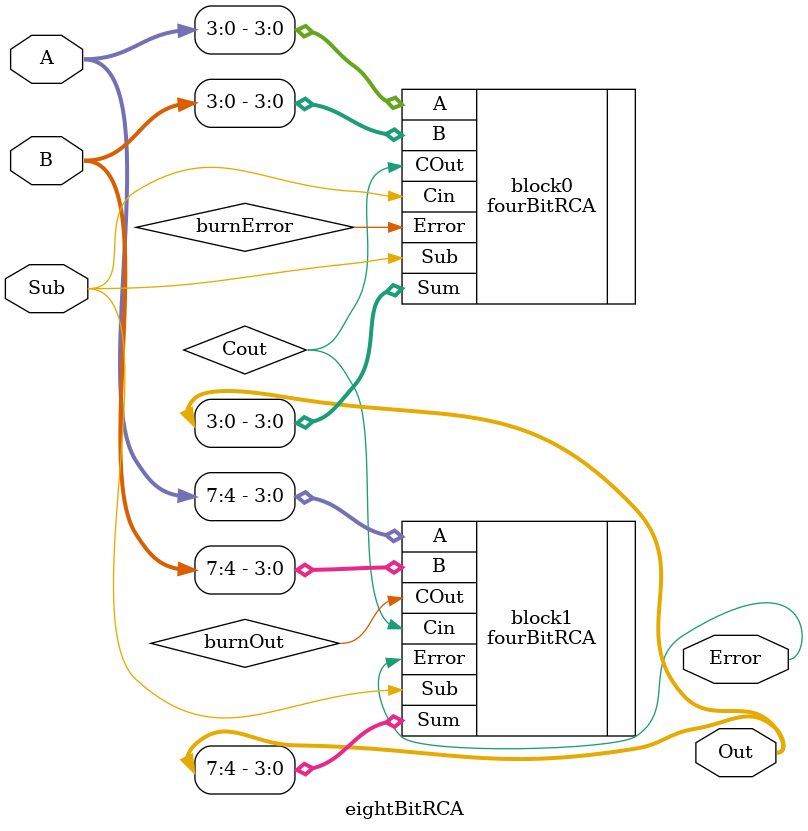
<source format=v>
`timescale 1ns / 1ps


module eightBitRCA(
    input [7:0] A,
    input [7:0] B,
    input Sub,
    output [7:0] Out,
    output Error
    );
    wire Cout;
    wire burnError, burnOut;
    fourBitRCA block0(.A(A[3:0]), .B(B[3:0]), .Sub(Sub), .Cin(Sub), .Sum(Out[3:0]), .Error(burnError), .COut(Cout));
    fourBitRCA block1(.A(A[7:4]), .B(B[7:4]), .Sub(Sub), .Cin(Cout), .Sum(Out[7:4]), .Error(Error), .COut(burnOut));
    
endmodule

</source>
